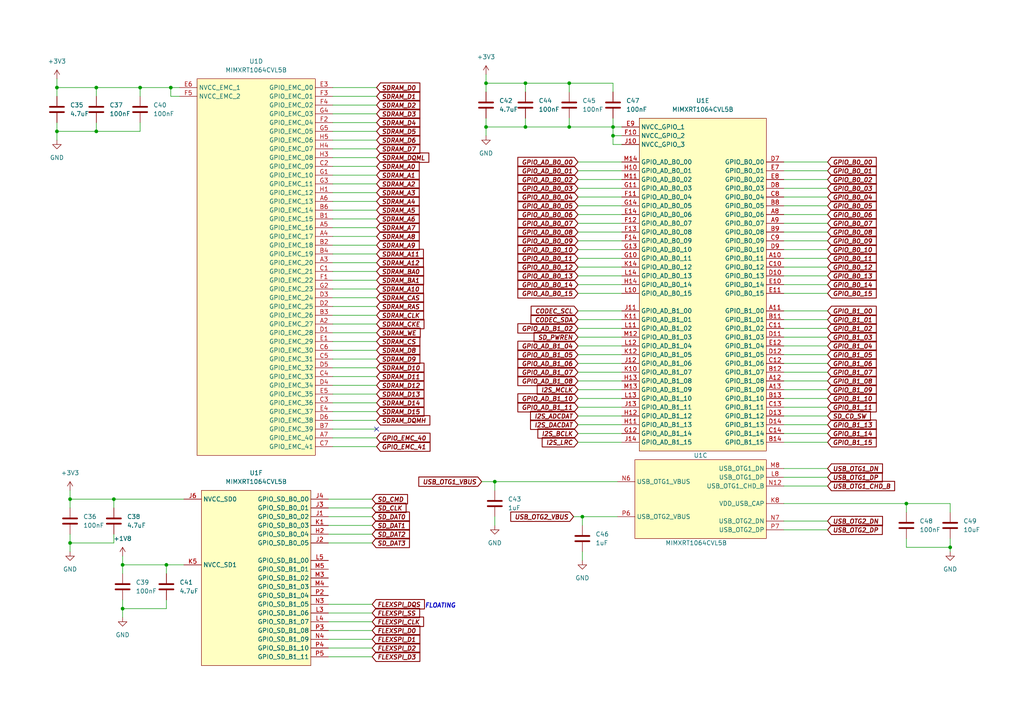
<source format=kicad_sch>
(kicad_sch (version 20211123) (generator eeschema)
  (paper "A4")
  (junction (at 27.94 38.1))
  (junction (at 27.94 25.4))
  (junction (at 165.1 24.13))
  (junction (at 152.4 24.13))
  (junction (at 262.89 146.05))
  (junction (at 152.4 36.83))
  (junction (at 20.32 157.48))
  (junction (at 177.8 39.37))
  (junction (at 143.51 139.7))
  (junction (at 177.8 36.83))
  (junction (at 165.1 36.83))
  (junction (at 275.59 158.75))
  (junction (at 16.51 25.4))
  (junction (at 20.32 144.78))
  (junction (at 49.53 25.4))
  (junction (at 168.91 149.86))
  (junction (at 35.56 176.53))
  (junction (at 40.64 25.4))
  (junction (at 140.97 36.83))
  (junction (at 140.97 24.13))
  (junction (at 16.51 38.1))
  (junction (at 48.26 163.83))
  (junction (at 33.02 144.78))
  (junction (at 35.56 163.83))
  (no_connect (at 109.22 124.46))
  (wire (pts (xy 107.95 157.48) (xy 95.25 157.48)))
  (wire (pts (xy 227.33 135.89) (xy 240.03 135.89)))
  (wire (pts (xy 227.33 69.85) (xy 240.03 69.85)))
  (wire (pts (xy 275.59 148.59) (xy 275.59 146.05)))
  (wire (pts (xy 227.33 97.79) (xy 240.03 97.79)))
  (wire (pts (xy 48.26 173.99) (xy 48.26 176.53)))
  (wire (pts (xy 227.33 82.55) (xy 240.03 82.55)))
  (wire (pts (xy 227.33 138.43) (xy 240.03 138.43)))
  (wire (pts (xy 167.64 69.85) (xy 180.34 69.85)))
  (wire (pts (xy 96.52 104.14) (xy 109.22 104.14)))
  (wire (pts (xy 152.4 24.13) (xy 152.4 26.67)))
  (wire (pts (xy 20.32 144.78) (xy 33.02 144.78)))
  (wire (pts (xy 227.33 105.41) (xy 240.03 105.41)))
  (wire (pts (xy 167.64 95.25) (xy 180.34 95.25)))
  (wire (pts (xy 107.95 147.32) (xy 95.25 147.32)))
  (wire (pts (xy 275.59 146.05) (xy 262.89 146.05)))
  (wire (pts (xy 96.52 119.38) (xy 109.22 119.38)))
  (wire (pts (xy 167.64 67.31) (xy 180.34 67.31)))
  (wire (pts (xy 96.52 45.72) (xy 109.22 45.72)))
  (wire (pts (xy 96.52 83.82) (xy 109.22 83.82)))
  (wire (pts (xy 177.8 39.37) (xy 177.8 36.83)))
  (wire (pts (xy 33.02 144.78) (xy 33.02 147.32)))
  (wire (pts (xy 167.64 110.49) (xy 180.34 110.49)))
  (wire (pts (xy 95.25 177.8) (xy 107.95 177.8)))
  (wire (pts (xy 95.25 182.88) (xy 107.95 182.88)))
  (wire (pts (xy 166.37 149.86) (xy 168.91 149.86)))
  (wire (pts (xy 96.52 116.84) (xy 109.22 116.84)))
  (wire (pts (xy 96.52 50.8) (xy 109.22 50.8)))
  (wire (pts (xy 177.8 34.29) (xy 177.8 36.83)))
  (wire (pts (xy 227.33 74.93) (xy 240.03 74.93)))
  (wire (pts (xy 227.33 153.67) (xy 240.03 153.67)))
  (wire (pts (xy 96.52 63.5) (xy 109.22 63.5)))
  (wire (pts (xy 27.94 25.4) (xy 27.94 27.94)))
  (wire (pts (xy 227.33 64.77) (xy 240.03 64.77)))
  (wire (pts (xy 227.33 52.07) (xy 240.03 52.07)))
  (wire (pts (xy 96.52 30.48) (xy 109.22 30.48)))
  (wire (pts (xy 177.8 24.13) (xy 177.8 26.67)))
  (wire (pts (xy 167.64 49.53) (xy 180.34 49.53)))
  (wire (pts (xy 48.26 176.53) (xy 35.56 176.53)))
  (wire (pts (xy 227.33 113.03) (xy 240.03 113.03)))
  (wire (pts (xy 227.33 72.39) (xy 240.03 72.39)))
  (wire (pts (xy 107.95 152.4) (xy 95.25 152.4)))
  (wire (pts (xy 49.53 25.4) (xy 52.07 25.4)))
  (wire (pts (xy 96.52 93.98) (xy 109.22 93.98)))
  (wire (pts (xy 35.56 163.83) (xy 48.26 163.83)))
  (wire (pts (xy 167.64 118.11) (xy 180.34 118.11)))
  (wire (pts (xy 227.33 57.15) (xy 240.03 57.15)))
  (wire (pts (xy 140.97 36.83) (xy 140.97 34.29)))
  (wire (pts (xy 180.34 39.37) (xy 177.8 39.37)))
  (wire (pts (xy 227.33 59.69) (xy 240.03 59.69)))
  (wire (pts (xy 143.51 139.7) (xy 179.07 139.7)))
  (wire (pts (xy 227.33 120.65) (xy 240.03 120.65)))
  (wire (pts (xy 96.52 25.4) (xy 109.22 25.4)))
  (wire (pts (xy 96.52 66.04) (xy 109.22 66.04)))
  (wire (pts (xy 167.64 128.27) (xy 180.34 128.27)))
  (wire (pts (xy 227.33 110.49) (xy 240.03 110.49)))
  (wire (pts (xy 262.89 158.75) (xy 275.59 158.75)))
  (wire (pts (xy 167.64 92.71) (xy 180.34 92.71)))
  (wire (pts (xy 167.64 57.15) (xy 180.34 57.15)))
  (wire (pts (xy 275.59 156.21) (xy 275.59 158.75)))
  (wire (pts (xy 96.52 68.58) (xy 109.22 68.58)))
  (wire (pts (xy 96.52 60.96) (xy 109.22 60.96)))
  (wire (pts (xy 227.33 77.47) (xy 240.03 77.47)))
  (wire (pts (xy 167.64 82.55) (xy 180.34 82.55)))
  (wire (pts (xy 96.52 106.68) (xy 109.22 106.68)))
  (wire (pts (xy 96.52 81.28) (xy 109.22 81.28)))
  (wire (pts (xy 96.52 86.36) (xy 109.22 86.36)))
  (wire (pts (xy 262.89 148.59) (xy 262.89 146.05)))
  (wire (pts (xy 177.8 36.83) (xy 165.1 36.83)))
  (wire (pts (xy 95.25 175.26) (xy 107.95 175.26)))
  (wire (pts (xy 167.64 125.73) (xy 180.34 125.73)))
  (wire (pts (xy 227.33 146.05) (xy 262.89 146.05)))
  (wire (pts (xy 95.25 190.5) (xy 107.95 190.5)))
  (wire (pts (xy 16.51 38.1) (xy 27.94 38.1)))
  (wire (pts (xy 165.1 24.13) (xy 152.4 24.13)))
  (wire (pts (xy 167.64 97.79) (xy 180.34 97.79)))
  (wire (pts (xy 227.33 85.09) (xy 240.03 85.09)))
  (wire (pts (xy 167.64 107.95) (xy 180.34 107.95)))
  (wire (pts (xy 16.51 38.1) (xy 16.51 40.64)))
  (wire (pts (xy 96.52 121.92) (xy 109.22 121.92)))
  (wire (pts (xy 227.33 102.87) (xy 240.03 102.87)))
  (wire (pts (xy 139.7 139.7) (xy 143.51 139.7)))
  (wire (pts (xy 96.52 48.26) (xy 109.22 48.26)))
  (wire (pts (xy 177.8 41.91) (xy 177.8 39.37)))
  (wire (pts (xy 167.64 100.33) (xy 180.34 100.33)))
  (wire (pts (xy 167.64 77.47) (xy 180.34 77.47)))
  (wire (pts (xy 95.25 187.96) (xy 107.95 187.96)))
  (wire (pts (xy 96.52 38.1) (xy 109.22 38.1)))
  (wire (pts (xy 167.64 120.65) (xy 180.34 120.65)))
  (wire (pts (xy 35.56 176.53) (xy 35.56 179.07)))
  (wire (pts (xy 227.33 62.23) (xy 240.03 62.23)))
  (wire (pts (xy 48.26 163.83) (xy 48.26 166.37)))
  (wire (pts (xy 96.52 71.12) (xy 109.22 71.12)))
  (wire (pts (xy 167.64 59.69) (xy 180.34 59.69)))
  (wire (pts (xy 48.26 163.83) (xy 53.34 163.83)))
  (wire (pts (xy 96.52 99.06) (xy 109.22 99.06)))
  (wire (pts (xy 227.33 115.57) (xy 240.03 115.57)))
  (wire (pts (xy 96.52 40.64) (xy 109.22 40.64)))
  (wire (pts (xy 49.53 27.94) (xy 49.53 25.4)))
  (wire (pts (xy 96.52 88.9) (xy 109.22 88.9)))
  (wire (pts (xy 96.52 55.88) (xy 109.22 55.88)))
  (wire (pts (xy 180.34 41.91) (xy 177.8 41.91)))
  (wire (pts (xy 96.52 114.3) (xy 109.22 114.3)))
  (wire (pts (xy 96.52 35.56) (xy 109.22 35.56)))
  (wire (pts (xy 167.64 64.77) (xy 180.34 64.77)))
  (wire (pts (xy 227.33 107.95) (xy 240.03 107.95)))
  (wire (pts (xy 227.33 95.25) (xy 240.03 95.25)))
  (wire (pts (xy 227.33 128.27) (xy 240.03 128.27)))
  (wire (pts (xy 167.64 123.19) (xy 180.34 123.19)))
  (wire (pts (xy 96.52 73.66) (xy 109.22 73.66)))
  (wire (pts (xy 167.64 62.23) (xy 180.34 62.23)))
  (wire (pts (xy 40.64 38.1) (xy 40.64 35.56)))
  (wire (pts (xy 20.32 142.24) (xy 20.32 144.78)))
  (wire (pts (xy 180.34 36.83) (xy 177.8 36.83)))
  (wire (pts (xy 96.52 101.6) (xy 109.22 101.6)))
  (wire (pts (xy 167.64 46.99) (xy 180.34 46.99)))
  (wire (pts (xy 107.95 149.86) (xy 95.25 149.86)))
  (wire (pts (xy 227.33 118.11) (xy 240.03 118.11)))
  (wire (pts (xy 167.64 105.41) (xy 180.34 105.41)))
  (wire (pts (xy 96.52 109.22) (xy 109.22 109.22)))
  (wire (pts (xy 275.59 158.75) (xy 275.59 160.02)))
  (wire (pts (xy 168.91 149.86) (xy 179.07 149.86)))
  (wire (pts (xy 27.94 35.56) (xy 27.94 38.1)))
  (wire (pts (xy 262.89 156.21) (xy 262.89 158.75)))
  (wire (pts (xy 107.95 154.94) (xy 95.25 154.94)))
  (wire (pts (xy 227.33 80.01) (xy 240.03 80.01)))
  (wire (pts (xy 167.64 113.03) (xy 180.34 113.03)))
  (wire (pts (xy 96.52 124.46) (xy 109.22 124.46)))
  (wire (pts (xy 33.02 157.48) (xy 20.32 157.48)))
  (wire (pts (xy 96.52 33.02) (xy 109.22 33.02)))
  (wire (pts (xy 167.64 85.09) (xy 180.34 85.09)))
  (wire (pts (xy 20.32 157.48) (xy 20.32 160.02)))
  (wire (pts (xy 140.97 36.83) (xy 140.97 39.37)))
  (wire (pts (xy 227.33 140.97) (xy 240.03 140.97)))
  (wire (pts (xy 152.4 24.13) (xy 140.97 24.13)))
  (wire (pts (xy 20.32 157.48) (xy 20.32 154.94)))
  (wire (pts (xy 96.52 78.74) (xy 109.22 78.74)))
  (wire (pts (xy 167.64 90.17) (xy 180.34 90.17)))
  (wire (pts (xy 165.1 24.13) (xy 165.1 26.67)))
  (wire (pts (xy 52.07 27.94) (xy 49.53 27.94)))
  (wire (pts (xy 140.97 24.13) (xy 140.97 26.67)))
  (wire (pts (xy 152.4 34.29) (xy 152.4 36.83)))
  (wire (pts (xy 167.64 54.61) (xy 180.34 54.61)))
  (wire (pts (xy 96.52 91.44) (xy 109.22 91.44)))
  (wire (pts (xy 16.51 27.94) (xy 16.51 25.4)))
  (wire (pts (xy 167.64 80.01) (xy 180.34 80.01)))
  (wire (pts (xy 143.51 139.7) (xy 143.51 142.24)))
  (wire (pts (xy 227.33 151.13) (xy 240.03 151.13)))
  (wire (pts (xy 96.52 96.52) (xy 109.22 96.52)))
  (wire (pts (xy 16.51 22.86) (xy 16.51 25.4)))
  (wire (pts (xy 227.33 49.53) (xy 240.03 49.53)))
  (wire (pts (xy 165.1 36.83) (xy 152.4 36.83)))
  (wire (pts (xy 35.56 176.53) (xy 35.56 173.99)))
  (wire (pts (xy 167.64 72.39) (xy 180.34 72.39)))
  (wire (pts (xy 152.4 36.83) (xy 140.97 36.83)))
  (wire (pts (xy 143.51 149.86) (xy 143.51 152.4)))
  (wire (pts (xy 96.52 76.2) (xy 109.22 76.2)))
  (wire (pts (xy 107.95 144.78) (xy 95.25 144.78)))
  (wire (pts (xy 35.56 166.37) (xy 35.56 163.83)))
  (wire (pts (xy 40.64 25.4) (xy 49.53 25.4)))
  (wire (pts (xy 168.91 160.02) (xy 168.91 162.56)))
  (wire (pts (xy 167.64 52.07) (xy 180.34 52.07)))
  (wire (pts (xy 140.97 21.59) (xy 140.97 24.13)))
  (wire (pts (xy 16.51 25.4) (xy 27.94 25.4)))
  (wire (pts (xy 27.94 38.1) (xy 40.64 38.1)))
  (wire (pts (xy 33.02 144.78) (xy 53.34 144.78)))
  (wire (pts (xy 96.52 129.54) (xy 109.22 129.54)))
  (wire (pts (xy 27.94 25.4) (xy 40.64 25.4)))
  (wire (pts (xy 227.33 46.99) (xy 240.03 46.99)))
  (wire (pts (xy 95.25 180.34) (xy 107.95 180.34)))
  (wire (pts (xy 227.33 90.17) (xy 240.03 90.17)))
  (wire (pts (xy 96.52 111.76) (xy 109.22 111.76)))
  (wire (pts (xy 16.51 35.56) (xy 16.51 38.1)))
  (wire (pts (xy 227.33 67.31) (xy 240.03 67.31)))
  (wire (pts (xy 96.52 58.42) (xy 109.22 58.42)))
  (wire (pts (xy 167.64 74.93) (xy 180.34 74.93)))
  (wire (pts (xy 227.33 125.73) (xy 240.03 125.73)))
  (wire (pts (xy 167.64 102.87) (xy 180.34 102.87)))
  (wire (pts (xy 177.8 24.13) (xy 165.1 24.13)))
  (wire (pts (xy 227.33 54.61) (xy 240.03 54.61)))
  (wire (pts (xy 95.25 185.42) (xy 107.95 185.42)))
  (wire (pts (xy 96.52 43.18) (xy 109.22 43.18)))
  (wire (pts (xy 227.33 123.19) (xy 240.03 123.19)))
  (wire (pts (xy 168.91 149.86) (xy 168.91 152.4)))
  (wire (pts (xy 96.52 27.94) (xy 109.22 27.94)))
  (wire (pts (xy 165.1 34.29) (xy 165.1 36.83)))
  (wire (pts (xy 227.33 100.33) (xy 240.03 100.33)))
  (wire (pts (xy 96.52 127) (xy 109.22 127)))
  (wire (pts (xy 227.33 92.71) (xy 240.03 92.71)))
  (wire (pts (xy 167.64 115.57) (xy 180.34 115.57)))
  (wire (pts (xy 35.56 161.29) (xy 35.56 163.83)))
  (wire (pts (xy 96.52 53.34) (xy 109.22 53.34)))
  (wire (pts (xy 33.02 154.94) (xy 33.02 157.48)))
  (wire (pts (xy 20.32 147.32) (xy 20.32 144.78)))
  (wire (pts (xy 40.64 25.4) (xy 40.64 27.94)))
  (text "FLOATING" (at 123.19 176.53 0) (effects (font (size 1.27 1.27) bold italic) (justify left bottom)))
  (global_label "SDRAM_BA1" (shape input) (at 109.22 81.28 0) (effects (font (thickness 0.254) bold italic)) (property "Intersheet References" "${INTERSHEET_REFS}" (effects hide)))
  (global_label "SDRAM_D8" (shape input) (at 109.22 101.6 0) (effects (font (thickness 0.254) bold italic)) (property "Intersheet References" "${INTERSHEET_REFS}" (effects hide)))
  (global_label "GPIO_AD_B0_01" (shape input) (at 167.64 49.53 180) (effects (font bold italic)) (property "Intersheet References" "${INTERSHEET_REFS}" (effects hide)))
  (global_label "SDRAM_A9" (shape input) (at 109.22 71.12 0) (effects (font (thickness 0.254) bold italic)) (property "Intersheet References" "${INTERSHEET_REFS}" (effects hide)))
  (global_label "I2S_ADCDAT" (shape input) (at 167.64 120.65 180) (effects (font bold italic)) (property "Intersheet References" "${INTERSHEET_REFS}" (effects hide)))
  (global_label "USB_OTG1_DN" (shape input) (at 240.03 135.89 0) (effects (font bold italic)) (property "Intersheet References" "${INTERSHEET_REFS}" (effects hide)))
  (global_label "GPIO_B0_13" (shape input) (at 240.03 80.01 0) (effects (font bold italic)) (property "Intersheet References" "${INTERSHEET_REFS}" (effects hide)))
  (global_label "GPIO_AD_B0_03" (shape input) (at 167.64 54.61 180) (effects (font bold italic)) (property "Intersheet References" "${INTERSHEET_REFS}" (effects hide)))
  (global_label "SDRAM_D14" (shape input) (at 109.22 116.84 0) (effects (font (thickness 0.254) bold italic)) (property "Intersheet References" "${INTERSHEET_REFS}" (effects hide)))
  (global_label "USB_OTG1_VBUS" (shape input) (at 139.7 139.7 180) (effects (font bold italic)) (property "Intersheet References" "${INTERSHEET_REFS}" (effects hide)))
  (global_label "GPIO_B1_14" (shape input) (at 240.03 125.73 0) (effects (font bold italic)) (property "Intersheet References" "${INTERSHEET_REFS}" (effects hide)))
  (global_label "GPIO_AD_B1_02" (shape input) (at 167.64 95.25 180) (effects (font bold italic)) (property "Intersheet References" "${INTERSHEET_REFS}" (effects hide)))
  (global_label "SD_DAT1" (shape input) (at 107.95 152.4 0) (effects (font (thickness 0.254) bold italic)) (property "Intersheet References" "${INTERSHEET_REFS}" (effects hide)))
  (global_label "GPIO_AD_B0_06" (shape input) (at 167.64 62.23 180) (effects (font bold italic)) (property "Intersheet References" "${INTERSHEET_REFS}" (effects hide)))
  (global_label "I2S_MCLK" (shape input) (at 167.64 113.03 180) (effects (font bold italic)) (property "Intersheet References" "${INTERSHEET_REFS}" (effects hide)))
  (global_label "GPIO_AD_B0_09" (shape input) (at 167.64 69.85 180) (effects (font bold italic)) (property "Intersheet References" "${INTERSHEET_REFS}" (effects hide)))
  (global_label "SDRAM_D2" (shape input) (at 109.22 30.48 0) (effects (font (thickness 0.254) bold italic)) (property "Intersheet References" "${INTERSHEET_REFS}" (effects hide)))
  (global_label "GPIO_B1_00" (shape input) (at 240.03 90.17 0) (effects (font bold italic)) (property "Intersheet References" "${INTERSHEET_REFS}" (effects hide)))
  (global_label "GPIO_B1_10" (shape input) (at 240.03 115.57 0) (effects (font bold italic)) (property "Intersheet References" "${INTERSHEET_REFS}" (effects hide)))
  (global_label "GPIO_B0_01" (shape input) (at 240.03 49.53 0) (effects (font bold italic)) (property "Intersheet References" "${INTERSHEET_REFS}" (effects hide)))
  (global_label "GPIO_AD_B0_10" (shape input) (at 167.64 72.39 180) (effects (font bold italic)) (property "Intersheet References" "${INTERSHEET_REFS}" (effects hide)))
  (global_label "SD_CD_SW" (shape input) (at 240.03 120.65 0) (effects (font bold italic)) (property "Intersheet References" "${INTERSHEET_REFS}" (effects hide)))
  (global_label "GPIO_AD_B1_06" (shape input) (at 167.64 105.41 180) (effects (font bold italic)) (property "Intersheet References" "${INTERSHEET_REFS}" (effects hide)))
  (global_label "GPIO_B0_14" (shape input) (at 240.03 82.55 0) (effects (font bold italic)) (property "Intersheet References" "${INTERSHEET_REFS}" (effects hide)))
  (global_label "GPIO_AD_B0_11" (shape input) (at 167.64 74.93 180) (effects (font bold italic)) (property "Intersheet References" "${INTERSHEET_REFS}" (effects hide)))
  (global_label "GPIO_B1_02" (shape input) (at 240.03 95.25 0) (effects (font bold italic)) (property "Intersheet References" "${INTERSHEET_REFS}" (effects hide)))
  (global_label "SD_DAT2" (shape input) (at 107.95 154.94 0) (effects (font (thickness 0.254) bold italic)) (property "Intersheet References" "${INTERSHEET_REFS}" (effects hide)))
  (global_label "SDRAM_D5" (shape input) (at 109.22 38.1 0) (effects (font (thickness 0.254) bold italic)) (property "Intersheet References" "${INTERSHEET_REFS}" (effects hide)))
  (global_label "SDRAM_D3" (shape input) (at 109.22 33.02 0) (effects (font (thickness 0.254) bold italic)) (property "Intersheet References" "${INTERSHEET_REFS}" (effects hide)))
  (global_label "FLEXSPI_SS" (shape input) (at 107.95 177.8 0) (effects (font (thickness 0.254) bold italic)) (property "Intersheet References" "${INTERSHEET_REFS}" (effects hide)))
  (global_label "SDRAM_D0" (shape input) (at 109.22 25.4 0) (effects (font (thickness 0.254) bold italic)) (property "Intersheet References" "${INTERSHEET_REFS}" (effects hide)))
  (global_label "SDRAM_A5" (shape input) (at 109.22 60.96 0) (effects (font (thickness 0.254) bold italic)) (property "Intersheet References" "${INTERSHEET_REFS}" (effects hide)))
  (global_label "FLEXSPI_D0" (shape input) (at 107.95 182.88 0) (effects (font (thickness 0.254) bold italic)) (property "Intersheet References" "${INTERSHEET_REFS}" (effects hide)))
  (global_label "GPIO_B0_11" (shape input) (at 240.03 74.93 0) (effects (font bold italic)) (property "Intersheet References" "${INTERSHEET_REFS}" (effects hide)))
  (global_label "USB_OTG1_DP" (shape input) (at 240.03 138.43 0) (effects (font bold italic)) (property "Intersheet References" "${INTERSHEET_REFS}" (effects hide)))
  (global_label "GPIO_B1_05" (shape input) (at 240.03 102.87 0) (effects (font bold italic)) (property "Intersheet References" "${INTERSHEET_REFS}" (effects hide)))
  (global_label "SDRAM_D6" (shape input) (at 109.22 40.64 0) (effects (font (thickness 0.254) bold italic)) (property "Intersheet References" "${INTERSHEET_REFS}" (effects hide)))
  (global_label "GPIO_AD_B0_13" (shape input) (at 167.64 80.01 180) (effects (font bold italic)) (property "Intersheet References" "${INTERSHEET_REFS}" (effects hide)))
  (global_label "GPIO_B1_08" (shape input) (at 240.03 110.49 0) (effects (font bold italic)) (property "Intersheet References" "${INTERSHEET_REFS}" (effects hide)))
  (global_label "I2S_LRC" (shape input) (at 167.64 128.27 180) (effects (font bold italic)) (property "Intersheet References" "${INTERSHEET_REFS}" (effects hide)))
  (global_label "GPIO_B0_06" (shape input) (at 240.03 62.23 0) (effects (font bold italic)) (property "Intersheet References" "${INTERSHEET_REFS}" (effects hide)))
  (global_label "GPIO_B0_07" (shape input) (at 240.03 64.77 0) (effects (font bold italic)) (property "Intersheet References" "${INTERSHEET_REFS}" (effects hide)))
  (global_label "GPIO_B0_15" (shape input) (at 240.03 85.09 0) (effects (font bold italic)) (property "Intersheet References" "${INTERSHEET_REFS}" (effects hide)))
  (global_label "GPIO_AD_B0_02" (shape input) (at 167.64 52.07 180) (effects (font bold italic)) (property "Intersheet References" "${INTERSHEET_REFS}" (effects hide)))
  (global_label "SDRAM_A3" (shape input) (at 109.22 55.88 0) (effects (font (thickness 0.254) bold italic)) (property "Intersheet References" "${INTERSHEET_REFS}" (effects hide)))
  (global_label "SDRAM_A10" (shape input) (at 109.22 83.82 0) (effects (font (thickness 0.254) bold italic)) (property "Intersheet References" "${INTERSHEET_REFS}" (effects hide)))
  (global_label "SDRAM_A4" (shape input) (at 109.22 58.42 0) (effects (font (thickness 0.254) bold italic)) (property "Intersheet References" "${INTERSHEET_REFS}" (effects hide)))
  (global_label "USB_OTG2_DN" (shape input) (at 240.03 151.13 0) (effects (font bold italic)) (property "Intersheet References" "${INTERSHEET_REFS}" (effects hide)))
  (global_label "SDRAM_CAS" (shape input) (at 109.22 86.36 0) (effects (font (thickness 0.254) bold italic)) (property "Intersheet References" "${INTERSHEET_REFS}" (effects hide)))
  (global_label "SDRAM_A2" (shape input) (at 109.22 53.34 0) (effects (font (thickness 0.254) bold italic)) (property "Intersheet References" "${INTERSHEET_REFS}" (effects hide)))
  (global_label "SDRAM_D15" (shape input) (at 109.22 119.38 0) (effects (font (thickness 0.254) bold italic)) (property "Intersheet References" "${INTERSHEET_REFS}" (effects hide)))
  (global_label "SDRAM_D7" (shape input) (at 109.22 43.18 0) (effects (font (thickness 0.254) bold italic)) (property "Intersheet References" "${INTERSHEET_REFS}" (effects hide)))
  (global_label "GPIO_B1_06" (shape input) (at 240.03 105.41 0) (effects (font bold italic)) (property "Intersheet References" "${INTERSHEET_REFS}" (effects hide)))
  (global_label "GPIO_AD_B0_07" (shape input) (at 167.64 64.77 180) (effects (font bold italic)) (property "Intersheet References" "${INTERSHEET_REFS}" (effects hide)))
  (global_label "GPIO_EMC_40" (shape input) (at 109.22 127 0) (effects (font (thickness 0.254) bold italic)) (property "Intersheet References" "${INTERSHEET_REFS}" (effects hide)))
  (global_label "SD_DAT0" (shape input) (at 107.95 149.86 0) (effects (font (thickness 0.254) bold italic)) (property "Intersheet References" "${INTERSHEET_REFS}" (effects hide)))
  (global_label "USB_OTG2_DP" (shape input) (at 240.03 153.67 0) (effects (font bold italic)) (property "Intersheet References" "${INTERSHEET_REFS}" (effects hide)))
  (global_label "SDRAM_CLK" (shape input) (at 109.22 91.44 0) (effects (font (thickness 0.254) bold italic)) (property "Intersheet References" "${INTERSHEET_REFS}" (effects hide)))
  (global_label "SDRAM_A7" (shape input) (at 109.22 66.04 0) (effects (font (thickness 0.254) bold italic)) (property "Intersheet References" "${INTERSHEET_REFS}" (effects hide)))
  (global_label "SD_CLK" (shape input) (at 107.95 147.32 0) (effects (font (thickness 0.254) bold italic)) (property "Intersheet References" "${INTERSHEET_REFS}" (effects hide)))
  (global_label "SDRAM_D13" (shape input) (at 109.22 114.3 0) (effects (font (thickness 0.254) bold italic)) (property "Intersheet References" "${INTERSHEET_REFS}" (effects hide)))
  (global_label "GPIO_EMC_41" (shape input) (at 109.22 129.54 0) (effects (font (thickness 0.254) bold italic)) (property "Intersheet References" "${INTERSHEET_REFS}" (effects hide)))
  (global_label "GPIO_B1_04" (shape input) (at 240.03 100.33 0) (effects (font bold italic)) (property "Intersheet References" "${INTERSHEET_REFS}" (effects hide)))
  (global_label "SDRAM_WE" (shape input) (at 109.22 96.52 0) (effects (font (thickness 0.254) bold italic)) (property "Intersheet References" "${INTERSHEET_REFS}" (effects hide)))
  (global_label "FLEXSPI_D2" (shape input) (at 107.95 187.96 0) (effects (font (thickness 0.254) bold italic)) (property "Intersheet References" "${INTERSHEET_REFS}" (effects hide)))
  (global_label "GPIO_B0_04" (shape input) (at 240.03 57.15 0) (effects (font bold italic)) (property "Intersheet References" "${INTERSHEET_REFS}" (effects hide)))
  (global_label "SDRAM_A12" (shape input) (at 109.22 76.2 0) (effects (font (thickness 0.254) bold italic)) (property "Intersheet References" "${INTERSHEET_REFS}" (effects hide)))
  (global_label "GPIO_B1_03" (shape input) (at 240.03 97.79 0) (effects (font bold italic)) (property "Intersheet References" "${INTERSHEET_REFS}" (effects hide)))
  (global_label "SD_CMD" (shape input) (at 107.95 144.78 0) (effects (font (thickness 0.254) bold italic)) (property "Intersheet References" "${INTERSHEET_REFS}" (effects hide)))
  (global_label "GPIO_B1_01" (shape input) (at 240.03 92.71 0) (effects (font bold italic)) (property "Intersheet References" "${INTERSHEET_REFS}" (effects hide)))
  (global_label "SDRAM_A11" (shape input) (at 109.22 73.66 0) (effects (font (thickness 0.254) bold italic)) (property "Intersheet References" "${INTERSHEET_REFS}" (effects hide)))
  (global_label "GPIO_B0_10" (shape input) (at 240.03 72.39 0) (effects (font bold italic)) (property "Intersheet References" "${INTERSHEET_REFS}" (effects hide)))
  (global_label "SDRAM_A6" (shape input) (at 109.22 63.5 0) (effects (font (thickness 0.254) bold italic)) (property "Intersheet References" "${INTERSHEET_REFS}" (effects hide)))
  (global_label "GPIO_AD_B1_08" (shape input) (at 167.64 110.49 180) (effects (font bold italic)) (property "Intersheet References" "${INTERSHEET_REFS}" (effects hide)))
  (global_label "GPIO_AD_B0_00" (shape input) (at 167.64 46.99 180) (effects (font bold italic)) (property "Intersheet References" "${INTERSHEET_REFS}" (effects hide)))
  (global_label "SD_PWREN" (shape input) (at 167.64 97.79 180) (effects (font bold italic)) (property "Intersheet References" "${INTERSHEET_REFS}" (effects hide)))
  (global_label "GPIO_AD_B0_14" (shape input) (at 167.64 82.55 180) (effects (font bold italic)) (property "Intersheet References" "${INTERSHEET_REFS}" (effects hide)))
  (global_label "GPIO_B1_15" (shape input) (at 240.03 128.27 0) (effects (font bold italic)) (property "Intersheet References" "${INTERSHEET_REFS}" (effects hide)))
  (global_label "GPIO_B0_02" (shape input) (at 240.03 52.07 0) (effects (font bold italic)) (property "Intersheet References" "${INTERSHEET_REFS}" (effects hide)))
  (global_label "FLEXSPI_D3" (shape input) (at 107.95 190.5 0) (effects (font (thickness 0.254) bold italic)) (property "Intersheet References" "${INTERSHEET_REFS}" (effects hide)))
  (global_label "GPIO_AD_B1_05" (shape input) (at 167.64 102.87 180) (effects (font bold italic)) (property "Intersheet References" "${INTERSHEET_REFS}" (effects hide)))
  (global_label "SDRAM_CS" (shape input) (at 109.22 99.06 0) (effects (font (thickness 0.254) bold italic)) (property "Intersheet References" "${INTERSHEET_REFS}" (effects hide)))
  (global_label "CODEC_SCL" (shape input) (at 167.64 90.17 180) (effects (font bold italic)) (property "Intersheet References" "${INTERSHEET_REFS}" (effects hide)))
  (global_label "GPIO_AD_B1_11" (shape input) (at 167.64 118.11 180) (effects (font bold italic)) (property "Intersheet References" "${INTERSHEET_REFS}" (effects hide)))
  (global_label "CODEC_SDA" (shape input) (at 167.64 92.71 180) (effects (font bold italic)) (property "Intersheet References" "${INTERSHEET_REFS}" (effects hide)))
  (global_label "USB_OTG1_CHD_B" (shape input) (at 240.03 140.97 0) (effects (font bold italic)) (property "Intersheet References" "${INTERSHEET_REFS}" (effects hide)))
  (global_label "GPIO_AD_B0_08" (shape input) (at 167.64 67.31 180) (effects (font bold italic)) (property "Intersheet References" "${INTERSHEET_REFS}" (effects hide)))
  (global_label "I2S_DACDAT" (shape input) (at 167.64 123.19 180) (effects (font bold italic)) (property "Intersheet References" "${INTERSHEET_REFS}" (effects hide)))
  (global_label "SDRAM_A1" (shape input) (at 109.22 50.8 0) (effects (font (thickness 0.254) bold italic)) (property "Intersheet References" "${INTERSHEET_REFS}" (effects hide)))
  (global_label "GPIO_B1_11" (shape input) (at 240.03 118.11 0) (effects (font bold italic)) (property "Intersheet References" "${INTERSHEET_REFS}" (effects hide)))
  (global_label "SDRAM_D12" (shape input) (at 109.22 111.76 0) (effects (font (thickness 0.254) bold italic)) (property "Intersheet References" "${INTERSHEET_REFS}" (effects hide)))
  (global_label "GPIO_AD_B1_10" (shape input) (at 167.64 115.57 180) (effects (font bold italic)) (property "Intersheet References" "${INTERSHEET_REFS}" (effects hide)))
  (global_label "USB_OTG2_VBUS" (shape input) (at 166.37 149.86 180) (effects (font bold italic)) (property "Intersheet References" "${INTERSHEET_REFS}" (effects hide)))
  (global_label "SDRAM_DQML" (shape input) (at 109.22 45.72 0) (effects (font (thickness 0.254) bold italic)) (property "Intersheet References" "${INTERSHEET_REFS}" (effects hide)))
  (global_label "GPIO_B0_03" (shape input) (at 240.03 54.61 0) (effects (font bold italic)) (property "Intersheet References" "${INTERSHEET_REFS}" (effects hide)))
  (global_label "SDRAM_RAS" (shape input) (at 109.22 88.9 0) (effects (font (thickness 0.254) bold italic)) (property "Intersheet References" "${INTERSHEET_REFS}" (effects hide)))
  (global_label "GPIO_B0_12" (shape input) (at 240.03 77.47 0) (effects (font bold italic)) (property "Intersheet References" "${INTERSHEET_REFS}" (effects hide)))
  (global_label "GPIO_B1_13" (shape input) (at 240.03 123.19 0) (effects (font bold italic)) (property "Intersheet References" "${INTERSHEET_REFS}" (effects hide)))
  (global_label "GPIO_AD_B0_04" (shape input) (at 167.64 57.15 180) (effects (font bold italic)) (property "Intersheet References" "${INTERSHEET_REFS}" (effects hide)))
  (global_label "SDRAM_DQMH" (shape input) (at 109.22 121.92 0) (effects (font (thickness 0.254) bold italic)) (property "Intersheet References" "${INTERSHEET_REFS}" (effects hide)))
  (global_label "SDRAM_D4" (shape input) (at 109.22 35.56 0) (effects (font (thickness 0.254) bold italic)) (property "Intersheet References" "${INTERSHEET_REFS}" (effects hide)))
  (global_label "GPIO_B1_07" (shape input) (at 240.03 107.95 0) (effects (font bold italic)) (property "Intersheet References" "${INTERSHEET_REFS}" (effects hide)))
  (global_label "SDRAM_BA0" (shape input) (at 109.22 78.74 0) (effects (font (thickness 0.254) bold italic)) (property "Intersheet References" "${INTERSHEET_REFS}" (effects hide)))
  (global_label "FLEXSPI_DQS" (shape input) (at 107.95 175.26 0) (effects (font (thickness 0.254) bold italic)) (property "Intersheet References" "${INTERSHEET_REFS}" (effects hide)))
  (global_label "GPIO_AD_B1_04" (shape input) (at 167.64 100.33 180) (effects (font bold italic)) (property "Intersheet References" "${INTERSHEET_REFS}" (effects hide)))
  (global_label "SDRAM_D11" (shape input) (at 109.22 109.22 0) (effects (font (thickness 0.254) bold italic)) (property "Intersheet References" "${INTERSHEET_REFS}" (effects hide)))
  (global_label "SDRAM_CKE" (shape input) (at 109.22 93.98 0) (effects (font (thickness 0.254) bold italic)) (property "Intersheet References" "${INTERSHEET_REFS}" (effects hide)))
  (global_label "FLEXSPI_CLK" (shape input) (at 107.95 180.34 0) (effects (font (thickness 0.254) bold italic)) (property "Intersheet References" "${INTERSHEET_REFS}" (effects hide)))
  (global_label "GPIO_AD_B1_07" (shape input) (at 167.64 107.95 180) (effects (font bold italic)) (property "Intersheet References" "${INTERSHEET_REFS}" (effects hide)))
  (global_label "GPIO_B0_05" (shape input) (at 240.03 59.69 0) (effects (font bold italic)) (property "Intersheet References" "${INTERSHEET_REFS}" (effects hide)))
  (global_label "SDRAM_D1" (shape input) (at 109.22 27.94 0) (effects (font (thickness 0.254) bold italic)) (property "Intersheet References" "${INTERSHEET_REFS}" (effects hide)))
  (global_label "FLEXSPI_D1" (shape input) (at 107.95 185.42 0) (effects (font (thickness 0.254) bold italic)) (property "Intersheet References" "${INTERSHEET_REFS}" (effects hide)))
  (global_label "GPIO_AD_B0_05" (shape input) (at 167.64 59.69 180) (effects (font bold italic)) (property "Intersheet References" "${INTERSHEET_REFS}" (effects hide)))
  (global_label "GPIO_AD_B0_12" (shape input) (at 167.64 77.47 180) (effects (font bold italic)) (property "Intersheet References" "${INTERSHEET_REFS}" (effects hide)))
  (global_label "GPIO_B1_09" (shape input) (at 240.03 113.03 0) (effects (font bold italic)) (property "Intersheet References" "${INTERSHEET_REFS}" (effects hide)))
  (global_label "GPIO_AD_B0_15" (shape input) (at 167.64 85.09 180) (effects (font bold italic)) (property "Intersheet References" "${INTERSHEET_REFS}" (effects hide)))
  (global_label "GPIO_B0_00" (shape input) (at 240.03 46.99 0) (effects (font bold italic)) (property "Intersheet References" "${INTERSHEET_REFS}" (effects hide)))
  (global_label "SD_DAT3" (shape input) (at 107.95 157.48 0) (effects (font (thickness 0.254) bold italic)) (property "Intersheet References" "${INTERSHEET_REFS}" (effects hide)))
  (global_label "SDRAM_D10" (shape input) (at 109.22 106.68 0) (effects (font (thickness 0.254) bold italic)) (property "Intersheet References" "${INTERSHEET_REFS}" (effects hide)))
  (global_label "SDRAM_D9" (shape input) (at 109.22 104.14 0) (effects (font (thickness 0.254) bold italic)) (property "Intersheet References" "${INTERSHEET_REFS}" (effects hide)))
  (global_label "SDRAM_A0" (shape input) (at 109.22 48.26 0) (effects (font (thickness 0.254) bold italic)) (property "Intersheet References" "${INTERSHEET_REFS}" (effects hide)))
  (global_label "GPIO_B0_08" (shape input) (at 240.03 67.31 0) (effects (font bold italic)) (property "Intersheet References" "${INTERSHEET_REFS}" (effects hide)))
  (global_label "GPIO_B0_09" (shape input) (at 240.03 69.85 0) (effects (font bold italic)) (property "Intersheet References" "${INTERSHEET_REFS}" (effects hide)))
  (global_label "I2S_BCLK" (shape input) (at 167.64 125.73 180) (effects (font bold italic)) (property "Intersheet References" "${INTERSHEET_REFS}" (effects hide)))
  (global_label "SDRAM_A8" (shape input) (at 109.22 68.58 0) (effects (font (thickness 0.254) bold italic)) (property "Intersheet References" "${INTERSHEET_REFS}" (effects hide)))
  (symbol (lib_id "MIMXRT1064 MCU Module:CL05B104KB54PNC") (at 262.89 152.4 0) (unit 1)
    (property "Reference" "C48" (at 266.7 151.1299 0) (effects (justify left)))
    (property "Value" "100nF" (at 266.7 153.6699 0) (effects (justify left)))
    (property "Footprint" "MIMXRT1064 MCU Module:0402_CL05B104KB54PNC" (effects hide))
  )
  (symbol (lib_id "MIMXRT1064 MCU Module:CL05B104KB54PNC") (at 35.56 170.18 0) (unit 1)
    (property "Reference" "C39" (at 39.37 168.9099 0) (effects (justify left)))
    (property "Value" "100nF" (at 39.37 171.4499 0) (effects (justify left)))
    (property "Footprint" "MIMXRT1064 MCU Module:0402_CL05B104KB54PNC" (effects hide))
  )
  (symbol (lib_id "MIMXRT1064 MCU Module:CL05A475MP5NRNC") (at 33.02 151.13 0) (unit 1)
    (property "Reference" "C38" (at 36.83 149.8599 0) (effects (justify left)))
    (property "Value" "4.7uF" (at 36.83 152.3999 0) (effects (justify left)))
    (property "Footprint" "MIMXRT1064 MCU Module:0402_CL05A475MP5NRNC" (effects hide))
  )
  (symbol (lib_id "power:GND") (at 143.51 152.4 0) (unit 1)
    (property "Reference" "#PWR039" (effects hide))
    (property "Value" "GND" (at 143.51 157.48 0))
  )
  (symbol (lib_id "power:GND") (at 168.91 162.56 0) (unit 1)
    (property "Reference" "#PWR040" (effects hide))
    (property "Value" "GND" (at 168.91 167.64 0))
  )
  (symbol (lib_id "MIMXRT1064 MCU Module:CL05A475MP5NRNC") (at 16.51 31.75 0) (unit 1)
    (property "Reference" "C35" (at 20.32 30.4799 0) (effects (justify left)))
    (property "Value" "4.7uF" (at 20.32 33.0199 0) (effects (justify left)))
    (property "Footprint" "MIMXRT1064 MCU Module:0402_CL05A475MP5NRNC" (effects hide))
  )
  (symbol (lib_id "MIMXRT1064 MCU Module:CL05B104KB54PNC") (at 152.4 30.48 0) (unit 1)
    (property "Reference" "C44" (at 156.21 29.2099 0) (effects (justify left)))
    (property "Value" "100nF" (at 156.21 31.7499 0) (effects (justify left)))
    (property "Footprint" "MIMXRT1064 MCU Module:0402_CL05B104KB54PNC" (effects hide))
  )
  (symbol (lib_id "power:+3V3") (at 140.97 21.59 0) (unit 1)
    (property "Reference" "#PWR037" (effects hide))
    (property "Value" "+3V3" (at 140.97 16.51 0))
  )
  (symbol (lib_id "MIMXRT1064 MCU Module:CL05B104KB54PNC") (at 177.8 30.48 0) (unit 1)
    (property "Reference" "C47" (at 181.61 29.2099 0) (effects (justify left)))
    (property "Value" "100nF" (at 181.61 31.7499 0) (effects (justify left)))
    (property "Footprint" "MIMXRT1064 MCU Module:0402_CL05B104KB54PNC" (effects hide))
  )
  (symbol (lib_id "power:+3V3") (at 20.32 142.24 0) (unit 1)
    (property "Reference" "#PWR033" (effects hide))
    (property "Value" "+3V3" (at 20.32 137.16 0))
  )
  (symbol (lib_id "MIMXRT1064 MCU Module:CL05A475MP5NRNC") (at 140.97 30.48 0) (unit 1)
    (property "Reference" "C42" (at 144.78 29.2099 0) (effects (justify left)))
    (property "Value" "4.7uF" (at 144.78 31.7499 0) (effects (justify left)))
    (property "Footprint" "MIMXRT1064 MCU Module:0402_CL05A475MP5NRNC" (effects hide))
  )
  (symbol (lib_id "MIMXRT1064 MCU Module:MIMXRT1064CVL5B") (at 76.2 167.64 0) (unit 6)
    (property "Reference" "U1" (at 74.295 137.16 0))
    (property "Value" "MIMXRT1064CVL5B" (at 74.295 139.7 0))
    (property "Footprint" "MIMXRT1064 MCU Module:MIMXRT1064CVL5B" (effects hide))
  )
  (symbol (lib_id "MIMXRT1064 MCU Module:CL10A106KP8NNNC") (at 275.59 152.4 0) (unit 1)
    (property "Reference" "C49" (at 279.4 151.1299 0) (effects (justify left)))
    (property "Value" "10uF" (at 279.4 153.6699 0) (effects (justify left)))
    (property "Footprint" "MIMXRT1064 MCU Module:0603_CL10A106KP8NNNC" (effects hide))
  )
  (symbol (lib_id "power:+3V3") (at 16.51 22.86 0) (unit 1)
    (property "Reference" "#PWR031" (effects hide))
    (property "Value" "+3V3" (at 16.51 17.78 0))
  )
  (symbol (lib_id "power:GND") (at 140.97 39.37 0) (unit 1)
    (property "Reference" "#PWR038" (effects hide))
    (property "Value" "GND" (at 140.97 44.45 0))
  )
  (symbol (lib_id "MIMXRT1064 MCU Module:MIMXRT1064CVL5B") (at 74.93 76.2 0) (unit 4)
    (property "Reference" "U1" (at 74.295 17.78 0))
    (property "Value" "MIMXRT1064CVL5B" (at 74.295 20.32 0))
    (property "Footprint" "MIMXRT1064 MCU Module:MIMXRT1064CVL5B" (effects hide))
  )
  (symbol (lib_id "MIMXRT1064 MCU Module:MIMXRT1064CVL5B") (at 203.2 144.78 0) (unit 3)
    (property "Reference" "U1" (at 203.2 132.08 0))
    (property "Value" "MIMXRT1064CVL5B" (at 201.93 157.48 0))
    (property "Footprint" "MIMXRT1064 MCU Module:MIMXRT1064CVL5B" (effects hide))
  )
  (symbol (lib_id "power:GND") (at 35.56 179.07 0) (unit 1)
    (property "Reference" "#PWR036" (effects hide))
    (property "Value" "GND" (at 35.56 184.15 0))
  )
  (symbol (lib_id "MIMXRT1064 MCU Module:MIMXRT1064CVL5B") (at 204.47 86.36 0) (unit 5)
    (property "Reference" "U1" (at 203.835 29.21 0))
    (property "Value" "MIMXRT1064CVL5B" (at 203.835 31.75 0))
    (property "Footprint" "MIMXRT1064 MCU Module:MIMXRT1064CVL5B" (effects hide))
  )
  (symbol (lib_id "MIMXRT1064 MCU Module:CL05A105KA5NQNC") (at 168.91 156.21 0) (unit 1)
    (property "Reference" "C46" (at 172.72 154.9399 0) (effects (justify left)))
    (property "Value" "1uF" (at 172.72 157.4799 0) (effects (justify left)))
    (property "Footprint" "MIMXRT1064 MCU Module:0402_CL05A105KA5NQNC" (effects hide))
  )
  (symbol (lib_id "power:GND") (at 275.59 160.02 0) (unit 1)
    (property "Reference" "#PWR041" (effects hide))
    (property "Value" "GND" (at 275.59 165.1 0))
  )
  (symbol (lib_id "MIMXRT1064 MCU Module:CL05B104KB54PNC") (at 20.32 151.13 0) (unit 1)
    (property "Reference" "C36" (at 24.13 149.8599 0) (effects (justify left)))
    (property "Value" "100nF" (at 24.13 152.3999 0) (effects (justify left)))
    (property "Footprint" "MIMXRT1064 MCU Module:0402_CL05B104KB54PNC" (effects hide))
  )
  (symbol (lib_id "power:+1V8") (at 35.56 161.29 0) (unit 1)
    (property "Reference" "#PWR035" (effects hide))
    (property "Value" "+1V8" (at 35.56 156.21 0))
  )
  (symbol (lib_id "MIMXRT1064 MCU Module:CL05B104KB54PNC") (at 40.64 31.75 0) (unit 1)
    (property "Reference" "C40" (at 44.45 30.4799 0) (effects (justify left)))
    (property "Value" "100nF" (at 44.45 33.0199 0) (effects (justify left)))
    (property "Footprint" "MIMXRT1064 MCU Module:0402_CL05B104KB54PNC" (effects hide))
  )
  (symbol (lib_id "MIMXRT1064 MCU Module:CL05B104KB54PNC") (at 27.94 31.75 0) (unit 1)
    (property "Reference" "C37" (at 31.75 30.4799 0) (effects (justify left)))
    (property "Value" "100nF" (at 31.75 33.0199 0) (effects (justify left)))
    (property "Footprint" "MIMXRT1064 MCU Module:0402_CL05B104KB54PNC" (effects hide))
  )
  (symbol (lib_id "MIMXRT1064 MCU Module:CL05A105KA5NQNC") (at 143.51 146.05 0) (unit 1)
    (property "Reference" "C43" (at 147.32 144.7799 0) (effects (justify left)))
    (property "Value" "1uF" (at 147.32 147.3199 0) (effects (justify left)))
    (property "Footprint" "MIMXRT1064 MCU Module:0402_CL05A105KA5NQNC" (effects hide))
  )
  (symbol (lib_id "MIMXRT1064 MCU Module:CL05A475MP5NRNC") (at 48.26 170.18 0) (unit 1)
    (property "Reference" "C41" (at 52.07 168.9099 0) (effects (justify left)))
    (property "Value" "4.7uF" (at 52.07 171.4499 0) (effects (justify left)))
    (property "Footprint" "MIMXRT1064 MCU Module:0402_CL05A475MP5NRNC" (effects hide))
  )
  (symbol (lib_id "power:GND") (at 16.51 40.64 0) (unit 1)
    (property "Reference" "#PWR032" (effects hide))
    (property "Value" "GND" (at 16.51 45.72 0))
  )
  (symbol (lib_id "MIMXRT1064 MCU Module:CL05B104KB54PNC") (at 165.1 30.48 0) (unit 1)
    (property "Reference" "C45" (at 168.91 29.2099 0) (effects (justify left)))
    (property "Value" "100nF" (at 168.91 31.7499 0) (effects (justify left)))
    (property "Footprint" "MIMXRT1064 MCU Module:0402_CL05B104KB54PNC" (effects hide))
  )
  (symbol (lib_id "power:GND") (at 20.32 160.02 0) (unit 1)
    (property "Reference" "#PWR034" (effects hide))
    (property "Value" "GND" (at 20.32 165.1 0))
  )
)
</source>
